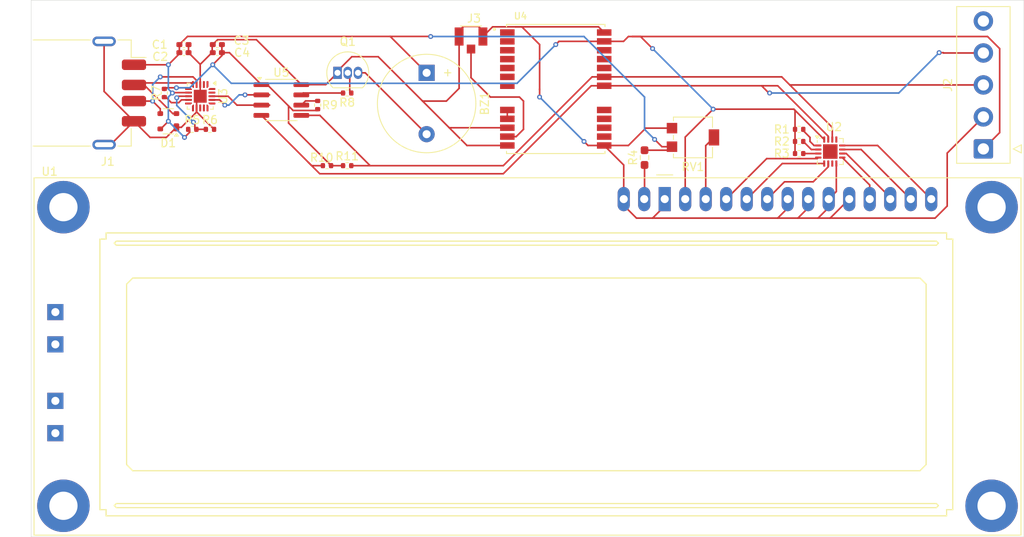
<source format=kicad_pcb>
(kicad_pcb (version 20240108) (generator "pcbnew") (generator_version "8.0")
  (layers (0 "F.Cu" signal) (31 "B.Cu" signal) (34 "B.Paste" user) (35 "F.Paste" user) (36 "B.SilkS" user "B.Silkscreen") (37 "F.SilkS" user "F.Silkscreen") (38 "B.Mask" user) (39 "F.Mask" user) (44 "Edge.Cuts" user))
  (net 0 "")
  (net 1 "Net-(BZ1--)")
  (net 2 "+5V")
  (net 3 "GND")
  (net 4 "+3V3")
  (net 5 "Net-(J1-D+)")
  (net 6 "Net-(J1-D-)")
  (net 7 "Net-(J2-Pin_3)")
  (net 9 "Net-(J2-Pin_4)")
  (net 10 "Net-(J3-SIG)")
  (net 11 "Net-(Q1-B)")
  (net 12 "Net-(U2-A0)")
  (net 13 "Net-(U2-A1)")
  (net 14 "Net-(U2-A2)")
  (net 15 "Net-(U1-A{slash}VEE)")
  (net 16 "Net-(U3-VBUS)")
  (net 17 "Net-(U3-~{RST})")
  (net 18 "Net-(U5-PA3)")
  (net 19 "Net-(U5-~{RESET}{slash}PA0)")
  (net 20 "Net-(U1-VO)")
  (net 21 "Net-(U1-DB7)")
  (net 22 "Net-(U1-E)")
  (net 23 "Net-(U1-DB6)")
  (net 25 "Net-(U1-RS)")
  (net 26 "Net-(U1-DB4)")
  (net 27 "Net-(U1-R{slash}~{W})")
  (net 30 "Net-(U1-DB5)")
  (net 41 "Net-(U3-TXD)")
  (net 42 "Net-(U3-RXD)")
  (net 57 "Net-(U4-RSVD_8)")
  (footprint "Resistor_SMD:R_0402_1005Metric" (layer "F.Cu") (at 118.5 74.99 90)
    (property "Reference" "R9" (at 0 1.5 0) (layer "F.SilkS"))
    (property "Value" "10k" (hide yes))
    (pad "1" smd roundrect (at -0.51 0 90) (size 0.54 0.64) (layers "F.Cu" "F.Paste" "F.Mask") (net 4 "+3V3"))
    (pad "2" smd roundrect (at 0.51 0 90) (size 0.54 0.64) (layers "F.Cu" "F.Paste" "F.Mask") (net 19 "Net-(U5-~{RESET}{slash}PA0)"))
  )
  (footprint "Resistor_SMD:R_0402_1005Metric" (layer "F.Cu") (at 102.965 78)
    (property "Reference" "R5" (at 0 -1.17 0) (layer "F.SilkS"))
    (property "Value" "22.1k" (hide yes))
    (pad "1" smd roundrect (at -0.51 0) (size 0.54 0.64) (layers "F.Cu" "F.Paste" "F.Mask") (net 2 "+5V"))
    (pad "2" smd roundrect (at 0.51 0) (size 0.54 0.64) (layers "F.Cu" "F.Paste" "F.Mask") (net 16 "Net-(U3-VBUS)"))
  )
  (footprint "Capacitor_SMD:C_0402_1005Metric_Pad0.74x0.62mm_HandSolder" (layer "F.Cu") (at 101.9325 67.5)
    (property "Reference" "C1" (at -3 0 0) (layer "F.SilkS"))
    (property "Value" "4.7uF" (hide yes))
    (pad "1" smd roundrect (at -0.5675 0) (size 0.735 0.62) (layers "F.Cu" "F.Paste" "F.Mask") (net 2 "+5V"))
    (pad "2" smd roundrect (at 0.5675 0) (size 0.735 0.62) (layers "F.Cu" "F.Paste" "F.Mask") (net 3 "GND"))
  )
  (footprint "Connector_USB:USB_A_Receptacle_GCT_USB1046" (layer "F.Cu") (at 88.49 73.5 -90)
    (property "Reference" "J1" (at 8.5 -4.01 0) (layer "F.SilkS"))
    (property "Value" "USB_A")
    (pad "1" smd roundrect (at -3.5 -7.25 270) (size 1.3 3) (layers "F.Cu" "F.Paste" "F.Mask") (net 2 "+5V"))
    (pad "2" smd roundrect (at -1 -7.25 270) (size 1.3 3) (layers "F.Cu" "F.Paste" "F.Mask") (net 6 "Net-(J1-D-)"))
    (pad "3" smd roundrect (at 1 -7.25 270) (size 1.3 3) (layers "F.Cu" "F.Paste" "F.Mask") (net 5 "Net-(J1-D+)"))
    (pad "4" smd roundrect (at 3.5 -7.25 270) (size 1.3 3) (layers "F.Cu" "F.Paste" "F.Mask") (net 3 "GND"))
    (pad "5" thru_hole oval (at -6.4 -3.55 270) (size 1.2 2.9) (drill oval 0.6 2.3) (layers "*.Cu" "*.Mask") (net 3 "GND"))
    (pad "5" thru_hole oval (at 6.4 -3.55 270) (size 1.2 2.9) (drill oval 0.6 2.3) (layers "*.Cu" "*.Mask") (net 3 "GND"))
  )
  (footprint "Package_TO_SOT_SMD:SOT-143" (layer "F.Cu") (at 100 77 180)
    (property "Reference" "D1" (at 0.02 -2.7 0) (layer "F.SilkS"))
    (property "Value" "SP0503BAHT" (hide yes))
    (pad "1" smd roundrect (at -1 -0.75 180) (size 0.7 1) (layers "F.Cu" "F.Paste" "F.Mask") (net 3 "GND"))
    (pad "2" smd roundrect (at -1 0.95 180) (size 0.7 0.6) (layers "F.Cu" "F.Paste" "F.Mask") (net 6 "Net-(J1-D-)"))
    (pad "3" smd roundrect (at 1 0.95 180) (size 0.7 0.6) (layers "F.Cu" "F.Paste" "F.Mask") (net 5 "Net-(J1-D+)"))
    (pad "4" smd roundrect (at 1 -0.95 180) (size 0.7 0.6) (layers "F.Cu" "F.Paste" "F.Mask") (net 2 "+5V"))
  )
  (footprint "Connector_TE-Connectivity:TE_826576-5_1x05_P3.96mm_Vertical" (layer "F.Cu") (at 200.9825 80.42 90)
    (property "Reference" "J2" (at 7.92 -4.4 90) (layer "F.SilkS"))
    (property "Value" "Conn_01x05_Socket" (hide yes))
    (pad "1" thru_hole roundrect (at 0 0 90) (size 2.4 2.4) (drill 1.4) (layers "*.Cu" "*.Mask") (roundrect_rratio 0.104167) (net 4 "+3V3"))
    (pad "2" thru_hole circle (at 3.96 0 90) (size 2.4 2.4) (drill 1.4) (layers "*.Cu" "*.Mask") (net 3 "GND"))
    (pad "3" thru_hole circle (at 7.92 0 90) (size 2.4 2.4) (drill 1.4) (layers "*.Cu" "*.Mask") (net 7 "Net-(J2-Pin_3)"))
    (pad "4" thru_hole circle (at 11.88 0 90) (size 2.4 2.4) (drill 1.4) (layers "*.Cu" "*.Mask") (net 9 "Net-(J2-Pin_4)"))
    (pad "5" thru_hole circle (at 15.84 0 90) (size 2.4 2.4) (drill 1.4) (layers "*.Cu" "*.Mask"))
  )
  (footprint "Package_TO_SOT_THT:TO-92_Inline" (layer "F.Cu") (at 120.96 71)
    (property "Reference" "Q1" (at 1.27 -3.86 0) (layer "F.SilkS"))
    (property "Value" "PN2222A" (hide yes))
    (pad "1" thru_hole rect (at 0 0) (size 1.05 1.5) (drill 0.75) (layers "*.Cu" "*.Mask") (net 3 "GND"))
    (pad "2" thru_hole oval (at 1.27 0) (size 1.05 1.5) (drill 0.75) (layers "*.Cu" "*.Mask") (net 11 "Net-(Q1-B)"))
    (pad "3" thru_hole oval (at 2.54 0) (size 1.05 1.5) (drill 0.75) (layers "*.Cu" "*.Mask") (net 1 "Net-(BZ1--)"))
  )
  (footprint "Package_DFN_QFN:VQFN-16-1EP_3x3mm_P0.5mm_EP1.8x1.8mm" (layer "F.Cu") (at 182.0125 80.75)
    (property "Reference" "U2" (at 0.45 -3.05 0) (layer "F.SilkS"))
    (property "Value" "PCF8574")
    (pad "1" smd roundrect (at -1.4875 -0.75) (size 0.775 0.25) (layers "F.Cu" "F.Paste" "F.Mask") (net 12 "Net-(U2-A0)"))
    (pad "2" smd roundrect (at -1.4875 -0.25) (size 0.775 0.25) (layers "F.Cu" "F.Paste" "F.Mask") (net 13 "Net-(U2-A1)"))
    (pad "3" smd roundrect (at -1.4875 0.25) (size 0.775 0.25) (layers "F.Cu" "F.Paste" "F.Mask") (net 14 "Net-(U2-A2)"))
    (pad "4" smd roundrect (at -1.4875 0.75) (size 0.775 0.25) (layers "F.Cu" "F.Paste" "F.Mask") (net 25 "Net-(U1-RS)"))
    (pad "5" smd roundrect (at -0.75 1.4875) (size 0.25 0.775) (layers "F.Cu" "F.Paste" "F.Mask") (net 27 "Net-(U1-R{slash}~{W})"))
    (pad "6" smd roundrect (at -0.25 1.4875) (size 0.25 0.775) (layers "F.Cu" "F.Paste" "F.Mask") (net 22 "Net-(U1-E)"))
    (pad "7" smd roundrect (at 0.25 1.4875) (size 0.25 0.775) (layers "F.Cu" "F.Paste" "F.Mask"))
    (pad "8" smd roundrect (at 0.75 1.4875) (size 0.25 0.775) (layers "F.Cu" "F.Paste" "F.Mask") (net 3 "GND"))
    (pad "9" smd roundrect (at 1.4875 0.75) (size 0.775 0.25) (layers "F.Cu" "F.Paste" "F.Mask") (net 26 "Net-(U1-DB4)"))
    (pad "10" smd roundrect (at 1.4875 0.25) (size 0.775 0.25) (layers "F.Cu" "F.Paste" "F.Mask") (net 30 "Net-(U1-DB5)"))
    (pad "11" smd roundrect (at 1.4875 -0.25) (size 0.775 0.25) (layers "F.Cu" "F.Paste" "F.Mask") (net 23 "Net-(U1-DB6)"))
    (pad "12" smd roundrect (at 1.4875 -0.75) (size 0.775 0.25) (layers "F.Cu" "F.Paste" "F.Mask") (net 21 "Net-(U1-DB7)"))
    (pad "13" smd roundrect (at 0.75 -1.4875) (size 0.25 0.775) (layers "F.Cu" "F.Paste" "F.Mask"))
    (pad "14" smd roundrect (at 0.25 -1.4875) (size 0.25 0.775) (layers "F.Cu" "F.Paste" "F.Mask") (net 7 "Net-(J2-Pin_3)"))
    (pad "15" smd roundrect (at -0.25 -1.4875) (size 0.25 0.775) (layers "F.Cu" "F.Paste" "F.Mask") (net 9 "Net-(J2-Pin_4)"))
    (pad "16" smd roundrect (at -0.75 -1.4875) (size 0.25 0.775) (layers "F.Cu" "F.Paste" "F.Mask") (net 4 "+3V3"))
    (pad "17" smd rect (at 0 0) (size 1.8 1.8) (property pad_prop_heatsink) (layers "F.Cu" "F.Mask"))
  )
  (footprint "Resistor_SMD:R_0603_1608Metric_Pad0.98x0.95mm_HandSolder" (layer "F.Cu") (at 159 81.5 90)
    (property "Reference" "R4" (at 0 -1.43 90) (layer "F.SilkS"))
    (property "Value" "330" (hide yes))
    (pad "1" smd roundrect (at -0.9125 0 90) (size 0.975 0.95) (layers "F.Cu" "F.Paste" "F.Mask") (net 15 "Net-(U1-A{slash}VEE)"))
    (pad "2" smd roundrect (at 0.9125 0 90) (size 0.975 0.95) (layers "F.Cu" "F.Paste" "F.Mask") (net 2 "+5V"))
  )
  (footprint "Package_DFN_QFN:QFN-20-1EP_3x3mm_P0.45mm_EP1.6x1.6mm" (layer "F.Cu") (at 103.95 73.9 -90)
    (property "Reference" "U3" (at 0 -2.83 90) (layer "F.SilkS"))
    (property "Value" "CP2102N")
    (pad "1" smd custom (at -1.45 -0.9 270) (size 0.143934 0.143934) (layers "F.Cu" "F.Paste" "F.Mask") (options (clearance outline) (anchor circle)) (primitives (gr_poly (pts (xy -0.375 -0.075) (xy 0.254289 -0.075) (xy 0.375 0.045711) (xy 0.375 0.075) (xy -0.375 0.075)) (width 0.1) (fill yes))))
    (pad "2" smd roundrect (at -1.45 -0.45 270) (size 0.85 0.25) (layers "F.Cu" "F.Paste" "F.Mask"))
    (pad "3" smd roundrect (at -1.45 0 270) (size 0.85 0.25) (layers "F.Cu" "F.Paste" "F.Mask") (net 3 "GND"))
    (pad "4" smd roundrect (at -1.45 0.45 270) (size 0.85 0.25) (layers "F.Cu" "F.Paste" "F.Mask") (net 5 "Net-(J1-D+)"))
    (pad "5" smd custom (at -1.45 0.9 270) (size 0.143934 0.143934) (layers "F.Cu" "F.Paste" "F.Mask") (net 6 "Net-(J1-D-)") (options (clearance outline) (anchor circle)) (primitives (gr_poly (pts (xy -0.375 -0.075) (xy 0.375 -0.075) (xy 0.375 -0.045711) (xy 0.254289 0.075) (xy -0.375 0.075)) (width 0.1) (fill yes))))
    (pad "6" smd custom (at -0.9 1.45 270) (size 0.143934 0.143934) (layers "F.Cu" "F.Paste" "F.Mask") (net 4 "+3V3") (options (clearance outline) (anchor circle)) (primitives (gr_poly (pts (xy -0.075 -0.254289) (xy 0.045711 -0.375) (xy 0.075 -0.375) (xy 0.075 0.375) (xy -0.075 0.375)) (width 0.1) (fill yes))))
    (pad "7" smd roundrect (at -0.45 1.45 270) (size 0.25 0.85) (layers "F.Cu" "F.Paste" "F.Mask") (net 2 "+5V"))
    (pad "8" smd roundrect (at 0 1.45 270) (size 0.25 0.85) (layers "F.Cu" "F.Paste" "F.Mask") (net 16 "Net-(U3-VBUS)"))
    (pad "9" smd roundrect (at 0.45 1.45 270) (size 0.25 0.85) (layers "F.Cu" "F.Paste" "F.Mask") (net 17 "Net-(U3-~{RST})"))
    (pad "10" smd custom (at 0.9 1.45 270) (size 0.143934 0.143934) (layers "F.Cu" "F.Paste" "F.Mask") (options (clearance outline) (anchor circle)) (primitives (gr_poly (pts (xy -0.075 -0.375) (xy -0.045711 -0.375) (xy 0.075 -0.254289) (xy 0.075 0.375) (xy -0.075 0.375)) (width 0.1) (fill yes))))
    (pad "11" smd custom (at 1.45 0.9 270) (size 0.143934 0.143934) (layers "F.Cu" "F.Paste" "F.Mask") (options (clearance outline) (anchor circle)) (primitives (gr_poly (pts (xy -0.375 -0.075) (xy 0.375 -0.075) (xy 0.375 0.075) (xy -0.254289 0.075) (xy -0.375 -0.045711)) (width 0.1) (fill yes))))
    (pad "12" smd roundrect (at 1.45 0.45 270) (size 0.85 0.25) (layers "F.Cu" "F.Paste" "F.Mask") (net 3 "GND"))
    (pad "13" smd roundrect (at 1.45 0 270) (size 0.85 0.25) (layers "F.Cu" "F.Paste" "F.Mask"))
    (pad "14" smd roundrect (at 1.45 -0.45 270) (size 0.85 0.25) (layers "F.Cu" "F.Paste" "F.Mask"))
    (pad "15" smd custom (at 1.45 -0.9 270) (size 0.143934 0.143934) (layers "F.Cu" "F.Paste" "F.Mask") (options (clearance outline) (anchor circle)) (primitives (gr_poly (pts (xy -0.375 0.045711) (xy -0.254289 -0.075) (xy 0.375 -0.075) (xy 0.375 0.075) (xy -0.375 0.075)) (width 0.1) (fill yes))))
    (pad "16" smd custom (at 0.9 -1.45 270) (size 0.143934 0.143934) (layers "F.Cu" "F.Paste" "F.Mask") (options (clearance outline) (anchor circle)) (primitives (gr_poly (pts (xy -0.075 -0.375) (xy 0.075 -0.375) (xy 0.075 0.254289) (xy -0.045711 0.375) (xy -0.075 0.375)) (width 0.1) (fill yes))))
    (pad "17" smd roundrect (at 0.45 -1.45 270) (size 0.25 0.85) (layers "F.Cu" "F.Paste" "F.Mask") (net 42 "Net-(U3-RXD)"))
    (pad "18" smd roundrect (at 0 -1.45 270) (size 0.25 0.85) (layers "F.Cu" "F.Paste" "F.Mask") (net 41 "Net-(U3-TXD)"))
    (pad "19" smd roundrect (at -0.45 -1.45 270) (size 0.25 0.85) (layers "F.Cu" "F.Paste" "F.Mask"))
    (pad "20" smd custom (at -0.9 -1.45 270) (size 0.143934 0.143934) (layers "F.Cu" "F.Paste" "F.Mask") (options (clearance outline) (anchor circle)) (primitives (gr_poly (pts (xy -0.075 -0.375) (xy 0.075 -0.375) (xy 0.075 0.375) (xy 0.045711 0.375) (xy -0.075 0.254289)) (width 0.1) (fill yes))))
    (pad "21" smd rect (at 0 0 270) (size 1.6 1.6) (property pad_prop_heatsink) (layers "F.Cu" "F.Mask") (net 3 "GND"))
  )
  (footprint "Resistor_SMD:R_0402_1005Metric" (layer "F.Cu") (at 122.155 82.5)
    (property "Reference" "R11" (at 0 -1.17 0) (layer "F.SilkS"))
    (property "Value" "10k" (hide yes))
    (pad "1" smd roundrect (at -0.51 0) (size 0.54 0.64) (layers "F.Cu" "F.Paste" "F.Mask") (net 4 "+3V3"))
    (pad "2" smd roundrect (at 0.51 0) (size 0.54 0.64) (layers "F.Cu" "F.Paste" "F.Mask") (net 7 "Net-(J2-Pin_3)"))
  )
  (footprint "Capacitor_SMD:C_0402_1005Metric_Pad0.74x0.62mm_HandSolder" (layer "F.Cu") (at 106.0675 67.5 180)
    (property "Reference" "C3" (at -3 0.5 0) (layer "F.SilkS"))
    (property "Value" "4.7uF" (hide yes))
    (pad "1" smd roundrect (at -0.5675 0 180) (size 0.735 0.62) (layers "F.Cu" "F.Paste" "F.Mask") (net 4 "+3V3"))
    (pad "2" smd roundrect (at 0.5675 0 180) (size 0.735 0.62) (layers "F.Cu" "F.Paste" "F.Mask") (net 3 "GND"))
  )
  (footprint "components_kicad:XCVR_NEO-6M-GPS" (layer "F.Cu") (at 148 73)
    (property "Reference" "U4" (at -4.37237 -9.03505 0) (layer "F.SilkS") (effects (font (size 0.8 0.8))))
    (property "Value" "NEO-6M-GPS")
    (pad "1" smd rect (at -6 -7 180) (size 1.8 0.8) (layers "F.Cu" "F.Mask"))
    (pad "2" smd rect (at -6 -5.9 180) (size 1.8 0.8) (layers "F.Cu" "F.Mask"))
    (pad "3" smd rect (at -6 -4.8 180) (size 1.8 0.8) (layers "F.Cu" "F.Mask"))
    (pad "4" smd rect (at -6 -3.7 180) (size 1.8 0.8) (layers "F.Cu" "F.Mask"))
    (pad "5" smd rect (at -6 -2.6 180) (size 1.8 0.8) (layers "F.Cu" "F.Mask"))
    (pad "6" smd rect (at -6 -1.5 180) (size 1.8 0.8) (layers "F.Cu" "F.Mask"))
    (pad "7" smd rect (at -6 -0.4 180) (size 1.8 0.8) (layers "F.Cu" "F.Mask"))
    (pad "8" smd rect (at -6 2.6 180) (size 1.8 0.8) (layers "F.Cu" "F.Mask") (net 57 "Net-(U4-RSVD_8)"))
    (pad "9" smd rect (at -6 3.7 180) (size 1.8 0.8) (layers "F.Cu" "F.Mask") (net 57 "Net-(U4-RSVD_8)"))
    (pad "10" smd rect (at -6 4.8 180) (size 1.8 0.8) (layers "F.Cu" "F.Mask") (net 3 "GND"))
    (pad "11" smd rect (at -6 5.9 180) (size 1.8 0.8) (layers "F.Cu" "F.Mask") (net 10 "Net-(J3-SIG)"))
    (pad "12" smd rect (at -6 7 180) (size 1.8 0.8) (layers "F.Cu" "F.Mask") (net 3 "GND"))
    (pad "13" smd rect (at 6 7 180) (size 1.8 0.8) (layers "F.Cu" "F.Mask") (net 3 "GND"))
    (pad "14" smd rect (at 6 5.9 180) (size 1.8 0.8) (layers "F.Cu" "F.Mask"))
    (pad "15" smd rect (at 6 4.8 180) (size 1.8 0.8) (layers "F.Cu" "F.Mask"))
    (pad "16" smd rect (at 6 3.7 180) (size 1.8 0.8) (layers "F.Cu" "F.Mask"))
    (pad "17" smd rect (at 6 2.6 180) (size 1.8 0.8) (layers "F.Cu" "F.Mask"))
    (pad "18" smd rect (at 6 -0.4 180) (size 1.8 0.8) (layers "F.Cu" "F.Mask") (net 9 "Net-(J2-Pin_4)"))
    (pad "19" smd rect (at 6 -1.5 180) (size 1.8 0.8) (layers "F.Cu" "F.Mask") (net 7 "Net-(J2-Pin_3)"))
    (pad "20" smd rect (at 6 -2.6 180) (size 1.8 0.8) (layers "F.Cu" "F.Mask"))
    (pad "21" smd rect (at 6 -3.7 180) (size 1.8 0.8) (layers "F.Cu" "F.Mask"))
    (pad "22" smd rect (at 6 -4.8 180) (size 1.8 0.8) (layers "F.Cu" "F.Mask"))
    (pad "23" smd rect (at 6 -5.9 180) (size 1.8 0.8) (layers "F.Cu" "F.Mask") (net 4 "+3V3"))
    (pad "24" smd rect (at 6 -7 180) (size 1.8 0.8) (layers "F.Cu" "F.Mask") (net 3 "GND"))
  )
  (footprint "Buzzer_Beeper:Buzzer_12x9.5RM7.6" (layer "F.Cu") (at 132 71 -90)
    (property "Reference" "BZ1" (at 3.8 -7.2 90) (layer "F.SilkS"))
    (property "Value" "Buzzer")
    (fp_text user "+" (at -0.01 -2.54 90) (layer "F.SilkS"))
    (pad "1" thru_hole rect (at 0 0 270) (size 2 2) (drill 1) (layers "*.Cu" "*.Mask") (net 2 "+5V"))
    (pad "2" thru_hole circle (at 7.6 0 270) (size 2 2) (drill 1) (layers "*.Cu" "*.Mask") (net 1 "Net-(BZ1--)"))
  )
  (footprint "Capacitor_SMD:C_0402_1005Metric_Pad0.74x0.62mm_HandSolder" (layer "F.Cu") (at 106.0675 68.5 180)
    (property "Reference" "C4" (at -3.0675 0 0) (layer "F.SilkS"))
    (property "Value" "0.1uF" (hide yes))
    (pad "1" smd roundrect (at -0.5675 0 180) (size 0.735 0.62) (layers "F.Cu" "F.Paste" "F.Mask") (net 4 "+3V3"))
    (pad "2" smd roundrect (at 0.5675 0 180) (size 0.735 0.62) (layers "F.Cu" "F.Paste" "F.Mask") (net 3 "GND"))
  )
  (footprint "Resistor_SMD:R_0402_1005Metric" (layer "F.Cu") (at 119.655 82.5 180)
    (property "Reference" "R10" (at 0.655 1 180) (layer "F.SilkS"))
    (property "Value" "10k" (hide yes))
    (pad "1" smd roundrect (at -0.51 0 180) (size 0.54 0.64) (layers "F.Cu" "F.Paste" "F.Mask") (net 4 "+3V3"))
    (pad "2" smd roundrect (at 0.51 0 180) (size 0.54 0.64) (layers "F.Cu" "F.Paste" "F.Mask") (net 9 "Net-(J2-Pin_4)"))
  )
  (footprint "Resistor_SMD:R_0402_1005Metric" (layer "F.Cu") (at 178.155 78 180)
    (property "Reference" "R1" (at 2.155 0 180) (layer "F.SilkS"))
    (property "Value" "10k" (hide yes))
    (pad "1" smd roundrect (at -0.51 0 180) (size 0.54 0.64) (layers "F.Cu" "F.Paste" "F.Mask") (net 12 "Net-(U2-A0)"))
    (pad "2" smd roundrect (at 0.51 0 180) (size 0.54 0.64) (layers "F.Cu" "F.Paste" "F.Mask") (net 4 "+3V3"))
  )
  (footprint "Resistor_SMD:R_0402_1005Metric" (layer "F.Cu") (at 99.5 73.5 -90)
    (property "Reference" "R7" (at 0 1 -90) (layer "F.SilkS"))
    (property "Value" "10k" (hide yes))
    (pad "1" smd roundrect (at -0.51 0 270) (size 0.54 0.64) (layers "F.Cu" "F.Paste" "F.Mask") (net 4 "+3V3"))
    (pad "2" smd roundrect (at 0.51 0 270) (size 0.54 0.64) (layers "F.Cu" "F.Paste" "F.Mask") (net 17 "Net-(U3-~{RST})"))
  )
  (footprint "Display:LCD-016N002L" (layer "F.Cu") (at 161.5 86.6425)
    (property "Reference" "U1" (at -76.21 -3.41 180) (layer "F.SilkS"))
    (property "Value" "LCD-016N002L")
    (pad "" thru_hole circle (at -74.5 1 180) (size 6.5 6.5) (drill 3.5) (layers "*.Cu" "*.Mask"))
    (pad "" thru_hole circle (at -74.5 38 180) (size 6.5 6.5) (drill 3.5) (layers "*.Cu" "*.Mask"))
    (pad "" thru_hole circle (at 40.5 1 180) (size 6.5 6.5) (drill 3.5) (layers "*.Cu" "*.Mask"))
    (pad "" thru_hole circle (at 40.5 38 180) (size 6.5 6.5) (drill 3.5) (layers "*.Cu" "*.Mask"))
    (pad "1" thru_hole rect (at 0 0 180) (size 1.5 3) (drill 1) (layers "*.Cu" "*.Mask") (net 3 "GND"))
    (pad "2" thru_hole oval (at 2.54 0 180) (size 1.5 3) (drill 1) (layers "*.Cu" "*.Mask") (net 4 "+3V3"))
    (pad "3" thru_hole oval (at 5.08 0 180) (size 1.5 3) (drill 1) (layers "*.Cu" "*.Mask") (net 20 "Net-(U1-VO)"))
    (pad "4" thru_hole oval (at 7.62 0 180) (size 1.5 3) (drill 1) (layers "*.Cu" "*.Mask") (net 25 "Net-(U1-RS)"))
    (pad "5" thru_hole oval (at 10.16 0 180) (size 1.5 3) (drill 1) (layers "*.Cu" "*.Mask") (net 27 "Net-(U1-R{slash}~{W})"))
    (pad "6" thru_hole oval (at 12.7 0 180) (size 1.5 3) (drill 1) (layers "*.Cu" "*.Mask") (net 22 "Net-(U1-E)"))
    (pad "7" thru_hole oval (at 15.24 0 180) (size 1.5 3) (drill 1) (layers "*.Cu" "*.Mask") (net 3 "GND"))
    (pad "8" thru_hole oval (at 17.78 0 180) (size 1.5 3) (drill 1) (layers "*.Cu" "*.Mask") (net 3 "GND"))
    (pad "9" thru_hole oval (at 20.32 0 180) (size 1.5 3) (drill 1) (layers "*.Cu" "*.Mask") (net 3 "GND"))
    (pad "10" thru_hole oval (at 22.86 0 180) (size 1.5 3) (drill 1) (layers "*.Cu" "*.Mask") (net 3 "GND"))
    (pad "11" thru_hole oval (at 25.4 0 180) (size 1.5 3) (drill 1) (layers "*.Cu" "*.Mask") (net 26 "Net-(U1-DB4)"))
    (pad "12" thru_hole oval (at 27.94 0 180) (size 1.5 3) (drill 1) (layers "*.Cu" "*.Mask") (net 30 "Net-(U1-DB5)"))
    (pad "13" thru_hole oval (at 30.48 0 180) (size 1.5 3) (drill 1) (layers "*.Cu" "*.Mask") (net 23 "Net-(U1-DB6)"))
    (pad "14" thru_hole oval (at 33.02 0 180) (size 1.5 3) (drill 1) (layers "*.Cu" "*.Mask") (net 21 "Net-(U1-DB7)"))
    (pad "15" thru_hole oval (at -2.54 0 180) (size 1.5 3) (drill 1) (layers "*.Cu" "*.Mask") (net 15 "Net-(U1-A{slash}VEE)"))
    (pad "16" thru_hole oval (at -5.08 0 180) (size 1.5 3) (drill 1) (layers "*.Cu" "*.Mask") (net 3 "GND"))
    (pad "A1" thru_hole rect (at -75.5 14 180) (size 2 2) (drill 1) (layers "*.Cu" "*.Mask"))
    (pad "A2" thru_hole rect (at -75.5 25 180) (size 2 2) (drill 1) (layers "*.Cu" "*.Mask"))
    (pad "K1" thru_hole rect (at -75.5 18 180) (size 2 2) (drill 1) (layers "*.Cu" "*.Mask"))
    (pad "K2" thru_hole rect (at -75.5 29 180) (size 2 2) (drill 1) (layers "*.Cu" "*.Mask"))
  )
  (footprint "Resistor_SMD:R_0402_1005Metric" (layer "F.Cu") (at 178.155 81 180)
    (property "Reference" "R3" (at 2.155 0 180) (layer "F.SilkS"))
    (property "Value" "10k" (hide yes))
    (pad "1" smd roundrect (at -0.51 0 180) (size 0.54 0.64) (layers "F.Cu" "F.Paste" "F.Mask") (net 14 "Net-(U2-A2)"))
    (pad "2" smd roundrect (at 0.51 0 180) (size 0.54 0.64) (layers "F.Cu" "F.Paste" "F.Mask") (net 4 "+3V3"))
  )
  (footprint "Capacitor_SMD:C_0402_1005Metric_Pad0.74x0.62mm_HandSolder" (layer "F.Cu") (at 101.9325 68.5)
    (property "Reference" "C2" (at -2.9325 0.5 0) (layer "F.SilkS"))
    (property "Value" "0.1uF" (hide yes))
    (pad "1" smd roundrect (at -0.5675 0) (size 0.735 0.62) (layers "F.Cu" "F.Paste" "F.Mask") (net 2 "+5V"))
    (pad "2" smd roundrect (at 0.5675 0) (size 0.735 0.62) (layers "F.Cu" "F.Paste" "F.Mask") (net 3 "GND"))
  )
  (footprint "Package_SO:SOIC-8_3.9x4.9mm_P1.27mm" (layer "F.Cu") (at 114 74.365)
    (property "Reference" "U5" (at 0 -3.4 0) (layer "F.SilkS"))
    (property "Value" "ATtiny202")
    (pad "1" smd roundrect (at -2.475 -1.905) (size 1.95 0.6) (layers "F.Cu" "F.Paste" "F.Mask") (net 4 "+3V3"))
    (pad "2" smd roundrect (at -2.475 -0.635) (size 1.95 0.6) (layers "F.Cu" "F.Paste" "F.Mask") (net 42 "Net-(U3-RXD)"))
    (pad "3" smd roundrect (at -2.475 0.635) (size 1.95 0.6) (layers "F.Cu" "F.Paste" "F.Mask") (net 41 "Net-(U3-TXD)"))
    (pad "4" smd roundrect (at -2.475 1.905) (size 1.95 0.6) (layers "F.Cu" "F.Paste" "F.Mask") (net 9 "Net-(J2-Pin_4)"))
    (pad "5" smd roundrect (at 2.475 1.905) (size 1.95 0.6) (layers "F.Cu" "F.Paste" "F.Mask") (net 7 "Net-(J2-Pin_3)"))
    (pad "6" smd roundrect (at 2.475 0.635) (size 1.95 0.6) (layers "F.Cu" "F.Paste" "F.Mask") (net 19 "Net-(U5-~{RESET}{slash}PA0)"))
    (pad "7" smd roundrect (at 2.475 -0.635) (size 1.95 0.6) (layers "F.Cu" "F.Paste" "F.Mask") (net 18 "Net-(U5-PA3)"))
    (pad "8" smd roundrect (at 2.475 -1.905) (size 1.95 0.6) (layers "F.Cu" "F.Paste" "F.Mask") (net 3 "GND"))
  )
  (footprint "Potentiometer_SMD:Potentiometer_Bourns_3214G_Horizontal" (layer "F.Cu") (at 165 79 180)
    (property "Reference" "RV1" (at 0 -3.65 0) (layer "F.SilkS"))
    (property "Value" "10k" (hide yes))
    (pad "1" smd rect (at 2.6 -1.15 180) (size 1.3 1.3) (layers "F.Cu" "F.Paste" "F.Mask") (net 2 "+5V"))
    (pad "2" smd rect (at -2.6 0 180) (size 1.3 2) (layers "F.Cu" "F.Paste" "F.Mask") (net 20 "Net-(U1-VO)"))
    (pad "3" smd rect (at 2.6 1.15 180) (size 1.3 1.3) (layers "F.Cu" "F.Paste" "F.Mask") (net 3 "GND"))
  )
  (footprint "Resistor_SMD:R_0402_1005Metric" (layer "F.Cu") (at 105.155 78)
    (property "Reference" "R6" (at 0 -1.17 0) (layer "F.SilkS"))
    (property "Value" "47.1k" (hide yes))
    (pad "1" smd roundrect (at -0.51 0) (size 0.54 0.64) (layers "F.Cu" "F.Paste" "F.Mask") (net 16 "Net-(U3-VBUS)"))
    (pad "2" smd roundrect (at 0.51 0) (size 0.54 0.64) (layers "F.Cu" "F.Paste" "F.Mask") (net 3 "GND"))
  )
  (footprint "Resistor_SMD:R_0402_1005Metric" (layer "F.Cu") (at 178.155 79.5 180)
    (property "Reference" "R2" (at 2.155 0 180) (layer "F.SilkS"))
    (property "Value" "10k" (hide yes))
    (pad "1" smd roundrect (at -0.51 0 180) (size 0.54 0.64) (layers "F.Cu" "F.Paste" "F.Mask") (net 13 "Net-(U2-A1)"))
    (pad "2" smd roundrect (at 0.51 0 180) (size 0.54 0.64) (layers "F.Cu" "F.Paste" "F.Mask") (net 4 "+3V3"))
  )
  (footprint "components_kicad:HRS_U.FL-R-SMT_01_" (layer "F.Cu") (at 137.5 66.5)
    (property "Reference" "J3" (at 0.371335 -2.239855 0) (layer "F.SilkS") (effects (font (size 1.001126 1.001126))))
    (property "Value" "U.FL-R-SMT_01_" (hide yes))
    (pad "1" smd rect (at -1.475 0) (size 1.1 2.25) (layers "F.Cu" "F.Paste" "F.Mask") (net 3 "GND"))
    (pad "2" smd rect (at 1.475 0) (size 1.1 2.25) (layers "F.Cu" "F.Paste" "F.Mask") (net 3 "GND"))
    (pad "3" smd rect (at 0 1.55) (size 1.05 1.1) (layers "F.Cu" "F.Paste" "F.Mask") (net 10 "Net-(J3-SIG)"))
  )
  (footprint "Resistor_SMD:R_0402_1005Metric" (layer "F.Cu") (at 122.155 73.5 180)
    (property "Reference" "R8" (at 0 -1.17 180) (layer "F.SilkS"))
    (property "Value" "4.3k" (hide yes))
    (pad "1" smd roundrect (at -0.51 0 180) (size 0.54 0.64) (layers "F.Cu" "F.Paste" "F.Mask") (net 11 "Net-(Q1-B)"))
    (pad "2" smd roundrect (at 0.51 0 180) (size 0.54 0.64) (layers "F.Cu" "F.Paste" "F.Mask") (net 18 "Net-(U5-PA3)"))
  )
  (gr_rect (start 83 62) (end 206 128.5) (stroke (width 0.05)) (fill none) (layer "Edge.Cuts"))
  (segment (start 124.4 71) (end 132 78.6) (width 0.2) (layer "F.Cu") (net 1))
  (segment (start 123.5 71) (end 124.4 71) (width 0.2) (layer "F.Cu") (net 1))
  (segment (start 100.5 73.5) (end 100.55 73.45) (width 0.2) (layer "F.Cu") (net 2))
  (segment (start 101.365 68.5) (end 101.365 68.635) (width 0.2) (layer "F.Cu") (net 2))
  (segment (start 161.9625 80.5875) (end 162.4 80.15) (width 0.2) (layer "F.Cu") (net 2))
  (segment (start 102.375 66.49) (end 101.365 67.5) (width 0.2) (layer "F.Cu") (net 2))
  (segment (start 160.25 79.25) (end 161.15 80.15) (width 0.2) (layer "F.Cu") (net 2))
  (segment (start 101.365 68.5) (end 101.365 67.5675) (width 0.2) (layer "F.Cu") (net 2))
  (segment (start 100 70) (end 95.74 70) (width 0.2) (layer "F.Cu") (net 2))
  (segment (start 99 77.95) (end 99.05 77.95) (width 0.2) (layer "F.Cu") (net 2))
  (segment (start 159 80.5875) (end 161.9625 80.5875) (width 0.2) (layer "F.Cu") (net 2))
  (segment (start 99.05 77.95) (end 100 77) (width 0.2) (layer "F.Cu") (net 2))
  (segment (start 161.15 80.15) (end 162.175 80.15) (width 0.2) (layer "F.Cu") (net 2))
  (segment (start 101.365 67.5675) (end 101.4325 67.5) (width 0.2) (layer "F.Cu") (net 2))
  (segment (start 102.645 78.355) (end 102 79) (width 0.2) (layer "F.Cu") (net 2))
  (segment (start 127.49 66.49) (end 102.375 66.49) (width 0.2) (layer "F.Cu") (net 2))
  (segment (start 102.5 73.45) (end 102.5 73.475) (width 0.2) (layer "F.Cu") (net 2))
  (segment (start 100.55 73.45) (end 102.5 73.45) (width 0.2) (layer "F.Cu") (net 2))
  (segment (start 127.49 66.49) (end 132.49 66.49) (width 0.2) (layer "F.Cu") (net 2))
  (segment (start 132 71) (end 127.49 66.49) (width 0.2) (layer "F.Cu") (net 2))
  (segment (start 102.645 78) (end 102.645 78.355) (width 0.2) (layer "F.Cu") (net 2))
  (segment (start 132.49 66.49) (end 132.5 66.5) (width 0.2) (layer "F.Cu") (net 2))
  (segment (start 101.365 68.635) (end 100 70) (width 0.2) (layer "F.Cu") (net 2))
  (via (at 132.5 66.5) (size 0.6) (drill 0.3) (layers "F.Cu" "B.Cu") (net 2))
  (via (at 100 70) (size 0.6) (drill 0.3) (layers "F.Cu" "B.Cu") (net 2))
  (via (at 160.25 79.25) (size 0.6) (drill 0.3) (layers "F.Cu" "B.Cu") (net 2))
  (via (at 100 77) (size 0.6) (drill 0.3) (layers "F.Cu" "B.Cu") (net 2))
  (via (at 102 79) (size 0.6) (drill 0.3) (layers "F.Cu" "B.Cu") (net 2))
  (via (at 100.5 73.5) (size 0.6) (drill 0.3) (layers "F.Cu" "B.Cu") (net 2))
  (segment (start 159 74) (end 151.5 66.5) (width 0.2) (layer "B.Cu") (net 2))
  (segment (start 100 74) (end 100 77) (width 0.2) (layer "B.Cu") (net 2))
  (segment (start 100 77) (end 102 79) (width 0.2) (layer "B.Cu") (net 2))
  (segment (start 151.5 66.5) (end 132.5 66.5) (width 0.2) (layer "B.Cu") (net 2))
  (segment (start 159 78) (end 159 74) (width 0.2) (layer "B.Cu") (net 2))
  (segment (start 100.5 73.5) (end 100 74) (width 0.2) (layer "B.Cu") (net 2))
  (segment (start 100 73) (end 100 70) (width 0.2) (layer "B.Cu") (net 2))
  (segment (start 160.25 79.25) (end 159 78) (width 0.2) (layer "B.Cu") (net 2))
  (segment (start 100.5 73.5) (end 100 73) (width 0.2) (layer "B.Cu") (net 2))
  (segment (start 157 80) (end 154 80) (width 0.2) (layer "F.Cu") (net 3))
  (segment (start 106.11 66.89) (end 110.905 66.89) (width 0.2) (layer "F.Cu") (net 3))
  (segment (start 92.04 73.3) (end 95.74 77) (width 0.2) (layer "F.Cu") (net 3))
  (segment (start 195 89) (end 182 89) (width 0.2) (layer "F.Cu") (net 3))
  (segment (start 156.42 82.42) (end 154 80) (width 0.2) (layer "F.Cu") (net 3))
  (segment (start 180.5 89) (end 182 89) (width 0.2) (layer "F.Cu") (net 3))
  (segment (start 136.025 65.780514) (end 136.555514 65.25) (width 0.2) (layer "F.Cu") (net 3))
  (segment (start 120.96 70.775) (end 120.96 71) (width 0.2) (layer "F.Cu") (net 3))
  (segment (start 152 80) (end 151.5 79.5) (width 0.2) (layer "F.Cu") (net 3))
  (segment (start 182.7625 85.7) (end 181.82 86.6425) (width 0.2) (layer "F.Cu") (net 3))
  (segment (start 154 80) (end 152 80) (width 0.2) (layer "F.Cu") (net 3))
  (segment (start 200.9825 76.46) (end 196.5 80.9425) (width 0.2) (layer "F.Cu") (net 3))
  (segment (start 103.5 74.35) (end 103.5 75.35) (width 0.2) (layer "F.Cu") (net 3))
  (segment (start 116.475 72.46) (end 119.5 72.46) (width 0.2) (layer "F.Cu") (net 3))
  (segment (start 105.4325 67.5) (end 105.4325 68.4325) (width 0.2) (layer "F.Cu") (net 3))
  (segment (start 156.42 87.42) (end 158 89) (width 0.2) (layer "F.Cu") (net 3))
  (segment (start 136.025 72.925) (end 134.45 74.5) (width 0.2) (layer "F.Cu") (net 3))
  (segment (start 176.74 86.6425) (end 176.74 87.76) (width 0.2) (layer "F.Cu") (net 3))
  (segment (start 137 80) (end 134.8 77.8) (width 0.2) (layer "F.Cu") (net 3))
  (segment (start 92.84 79.9) (end 92.04 79.9) (width 0.2) (layer "F.Cu") (net 3))
  (segment (start 146 73.1) (end 146 67.5) (width 0.2) (layer "F.Cu") (net 3))
  (segment (start 138.975 66.5) (end 140.175 65.3) (width 0.2) (layer "F.Cu") (net 3))
  (segment (start 110.905 66.89) (end 116.475 72.46) (width 0.2) (layer "F.Cu") (net 3))
  (segment (start 103.95 69.95) (end 103.95 72.45) (width 0.2) (layer "F.Cu") (net 3))
  (segment (start 146 74) (end 146 73) (width 0.2) (layer "F.Cu") (net 3))
  (segment (start 99.75 79) (end 101 77.75) (width 0.2) (layer "F.Cu") (net 3))
  (segment (start 105.4325 68.4325) (end 105.5 68.5) (width 0.2) (layer "F.Cu") (net 3))
  (segment (start 161.5 87.5) (end 160 89) (width 0.2) (layer "F.Cu") (net 3))
  (segment (start 160 89) (end 175.5 89) (width 0.2) (layer "F.Cu") (net 3))
  (segment (start 181.82 87.68) (end 180.5 89) (width 0.2) (layer "F.Cu") (net 3))
  (segment (start 103.5 75.35) (end 103.5 75.85858) (width 0.2) (layer "F.Cu") (net 3))
  (segment (start 181.82 86.6425) (end 181.82 87.68) (width 0.2) (layer "F.Cu") (net 3))
  (segment (start 136.025 66.5) (end 136.025 72.925) (width 0.2) (layer "F.Cu") (net 3))
  (segment (start 103.95 73.9) (end 103.5 74.35) (width 0.2) (layer "F.Cu") (net 3))
  (segment (start 182.7625 82.2375) (end 182.7625 85.7) (width 0.2) (layer "F.Cu") (net 3))
  (segment (start 156.42 86.6425) (end 156.42 87.42) (width 0.2) (layer "F.Cu") (net 3))
  (segment (start 103.95 73.9) (end 103.95 72.45) (width 0.2) (layer "F.Cu") (net 3))
  (segment (start 138.975 65.783578) (end 138.975 66.5) (width 0.2) (layer "F.Cu") (net 3))
  (segment (start 131.5 74.5) (end 126 69) (width 0.2) (layer "F.Cu") (net 3))
  (segment (start 140.175 65.3) (end 143 65.3) (width 0.2) (layer "F.Cu") (net 3))
  (segment (start 122.735 69) (end 120.96 70.775) (width 0.2) (layer "F.Cu") (net 3))
  (segment (start 143.8 65.3) (end 143 65.3) (width 0.2) (layer "F.Cu") (net 3))
  (segment (start 182.0025 89) (end 184.36 86.6425) (width 0.2) (layer "F.Cu") (net 3))
  (segment (start 176.74 87.76) (end 175.5 89) (width 0.2) (layer "F.Cu") (net 3))
  (segment (start 182 89) (end 182.0025 89) (width 0.2) (layer "F.Cu") (net 3))
  (segment (start 161.5 86.6425) (end 161.5 87.5) (width 0.2) (layer "F.Cu") (net 3))
  (segment (start 179.28 87.72) (end 178 89) (width 0.2) (layer "F.Cu") (net 3))
  (segment (start 92.04 67.1) (end 92.04 73.3) (width 0.2) (layer "F.Cu") (net 3))
  (segment (start 101.60858 77.75) (end 101 77.75) (width 0.2) (layer "F.Cu") (net 3))
  (segment (start 134.8 77.8) (end 131.5 74.5) (width 0.2) (layer "F.Cu") (net 3))
  (segment (start 159.15 77.85) (end 157 80) (width 0.2) (layer "F.Cu") (net 3))
  (segment (start 156.42 86.6425) (end 156.42 82.42) (width 0.2) (layer "F.Cu") (net 3))
  (segment (start 105.5 67.5) (end 106.11 66.89) (width 0.2) (layer "F.Cu") (net 3))
  (segment (start 95.74 77) (end 92.84 79.9) (width 0.2) (layer "F.Cu") (net 3))
  (segment (start 102.5 67.5) (end 102.5 68.5) (width 0.2) (layer "F.Cu") (net 3))
  (segment (start 119.5 72.46) (end 120.96 71) (width 0.2) (layer "F.Cu") (net 3))
  (segment (start 153.3 65.3) (end 154 66) (width 0.2) (layer "F.Cu") (net 3))
  (segment (start 196.5 87.5) (end 195 89) (width 0.2) (layer "F.Cu") (net 3))
  (segment (start 105.665 78) (end 105.660614 78) (width 0.2) (layer "F.Cu") (net 3))
  (segment (start 103.95 69.95) (end 105.4 68.5) (width 0.2) (layer "F.Cu") (net 3))
  (segment (start 103.5 75.839386) (end 103.5 75.35) (width 0.2) (layer "F.Cu") (net 3))
  (segment (start 126 69) (end 122.735 69) (width 0.2) (layer "F.Cu") (net 3))
  (segment (start 142 80) (end 137 80) (width 0.2) (layer "F.Cu") (net 3))
  (segment (start 175.5 89) (end 178 89) (width 0.2) (layer "F.Cu") (net 3))
  (segment (start 136.555514 65.25) (end 138.441422 65.25) (width 0.2) (layer "F.Cu") (net 3))
  (segment (start 97.74 79) (end 99.75 79) (width 0.2) (layer "F.Cu") (net 3))
  (segment (start 134.45 74.5) (end 131.5 74.5) (width 0.2) (layer "F.Cu") (net 3))
  (segment (start 143 65.3) (end 153.3 65.3) (width 0.2) (layer "F.Cu") (net 3))
  (segment (start 146 67.5) (end 143.8 65.3) (width 0.2) (layer "F.Cu") (net 3))
  (segment (start 136.025 66.5) (end 136.025 65.780514) (width 0.2) (layer "F.Cu") (net 3))
  (segment (start 178 89) (end 180.5 89) (width 0.2) (layer "F.Cu") (net 3))
  (segment (start 179.28 86.6425) (end 179.28 87.72) (width 0.2) (layer "F.Cu") (net 3))
  (segment (start 95.74 77) (end 97.74 79) (width 0.2) (layer "F.Cu") (net 3))
  (segment (start 158 89) (end 160 89) (width 0.2) (layer "F.Cu") (net 3))
  (segment (start 162.4 77.85) (end 159.15 77.85) (width 0.2) (layer "F.Cu") (net 3))
  (segment (start 138.441422 65.25) (end 138.975 65.783578) (width 0.2) (layer "F.Cu") (net 3))
  (segment (start 103.5 75.85858) (end 101.60858 77.75) (width 0.2) (layer "F.Cu") (net 3))
  (segment (start 102.5 68.5) (end 103.95 69.95) (width 0.2) (layer "F.Cu") (net 3))
  (segment (start 196.5 80.9425) (end 196.5 87.5) (width 0.2) (layer "F.Cu") (net 3))
  (segment (start 142 77.8) (end 134.8 77.8) (width 0.2) (layer "F.Cu") (net 3))
  (segment (start 105.660614 78) (end 103.5 75.839386) (width 0.2) (layer "F.Cu") (net 3))
  (via (at 151.5 79.5) (size 0.6) (drill 0.3) (layers "F.Cu" "B.Cu") (net 3))
  (via (at 146 74) (size 0.6) (drill 0.3) (layers "F.Cu" "B.Cu") (net 3))
  (segment (start 151.5 79.5) (end 146 74) (width 0.2) (layer "B.Cu") (net 3))
  (segment (start 200.9825 80.42) (end 203 78.4025) (width 0.2) (layer "F.Cu") (net 4))
  (segment (start 154 67.1) (end 148.4 67.1) (width 0.2) (layer "F.Cu") (net 4))
  (segment (start 156.4 67.1) (end 157 66.5) (width 0.2) (layer "F.Cu") (net 4))
  (segment (start 148.4 67.1) (end 148 67.5) (width 0.2) (layer "F.Cu") (net 4))
  (segment (start 177.645 79.5) (end 177.645 78) (width 0.2) (layer "F.Cu") (net 4))
  (segment (start 177.645 81) (end 177.645 79.5) (width 0.2) (layer "F.Cu") (net 4))
  (segment (start 203 68) (end 201.5 66.5) (width 0.2) (layer "F.Cu") (net 4))
  (segment (start 119.975 82.5) (end 119.975 82.300001) (width 0.2) (layer "F.Cu") (net 4))
  (segment (start 99.83 72.85) (end 101 72.85) (width 0.2) (layer "F.Cu") (net 4))
  (segment (start 203 78.4025) (end 203 68) (width 0.2) (layer "F.Cu") (net 4))
  (segment (start 111.525 72.46) (end 107.565 68.5) (width 0.2) (layer "F.Cu") (net 4))
  (segment (start 111.525 72.46) (end 112.249448 72.46) (width 0.2) (layer "F.Cu") (net 4))
  (segment (start 119.975 82.300001) (end 114.894724 77.219725) (width 0.2) (layer "F.Cu") (net 4))
  (segment (start 177.645 78) (end 177.645 75.645) (width 0.2) (layer "F.Cu") (net 4))
  (segment (start 177.5 75.5) (end 167.5 75.5) (width 0.2) (layer "F.Cu") (net 4))
  (segment (start 105.5 70) (end 106.635 68.865) (width 0.2) (layer "F.Cu") (net 4))
  (segment (start 115.454448 75.665) (end 118.5 75.665) (width 0.2) (layer "F.Cu") (net 4))
  (segment (start 106.635 67.5) (end 106.635 68.5) (width 0.2) (layer "F.Cu") (net 4))
  (segment (start 167.5 75.5) (end 164.04 78.96) (width 0.2) (layer "F.Cu") (net 4))
  (segment (start 160 68) (end 158.5 66.5) (width 0.2) (layer "F.Cu") (net 4))
  (segment (start 157 66.5) (end 157.5 66.5) (width 0.2) (layer "F.Cu") (net 4))
  (segment (start 201.5 66.5) (end 157.5 66.5) (width 0.2) (layer "F.Cu") (net 4))
  (segment (start 112.249448 72.46) (end 114.894724 75.105276) (width 0.2) (layer "F.Cu") (net 4))
  (segment (start 121.835 82.5) (end 119.975 82.5) (width 0.2) (layer "F.Cu") (net 4))
  (segment (start 102.35 72.85) (end 102.5 73) (width 0.2) (layer "F.Cu") (net 4))
  (segment (start 99.5 73.18) (end 99.83 72.85) (width 0.2) (layer "F.Cu") (net 4))
  (segment (start 181.2625 79.2625) (end 177.5 75.5) (width 0.2) (layer "F.Cu") (net 4))
  (segment (start 101 72.85) (end 102.35 72.85) (width 0.2) (layer "F.Cu") (net 4))
  (segment (start 106.635 68.865) (end 106.635 68.5) (width 0.2) (layer "F.Cu") (net 4))
  (segment (start 158.5 66.5) (end 157.5 66.5) (width 0.2) (layer "F.Cu") (net 4))
  (segment (start 177.645 75.645) (end 177.5 75.5) (width 0.2) (layer "F.Cu") (net 4))
  (segment (start 154 67.1) (end 156.4 67.1) (width 0.2) (layer "F.Cu") (net 4))
  (segment (start 114.894724 77.219725) (end 114.894724 75.105276) (width 0.2) (layer "F.Cu") (net 4))
  (segment (start 114.894724 75.105276) (end 115.454448 75.665) (width 0.2) (layer "F.Cu") (net 4))
  (segment (start 107.565 68.5) (end 106.635 68.5) (width 0.2) (layer "F.Cu") (net 4))
  (segment (start 164.04 78.96) (end 164.04 86.6425) (width 0.2) (layer "F.Cu") (net 4))
  (via (at 160 68) (size 0.6) (drill 0.3) (layers "F.Cu" "B.Cu") (net 4))
  (via (at 167.5 75.5) (size 0.6) (drill 0.3) (layers "F.Cu" "B.Cu") (net 4))
  (via (at 101 72.85) (size 0.6) (drill 0.3) (layers "F.Cu" "B.Cu") (net 4))
  (via (at 148 67.5) (size 0.6) (drill 0.3) (layers "F.Cu" "B.Cu") (net 4))
  (via (at 105.5 70) (size 0.6) (drill 0.3) (layers "F.Cu" "B.Cu") (net 4))
  (segment (start 167.5 75.5) (end 160 68) (width 0.2) (layer "B.Cu") (net 4))
  (segment (start 143.2 72.3) (end 148 67.5) (width 0.2) (layer "B.Cu") (net 4))
  (segment (start 102.65 72.85) (end 101 72.85) (width 0.2) (layer "B.Cu") (net 4))
  (segment (start 105.5 70) (end 107.8 72.3) (width 0.2) (layer "B.Cu") (net 4))
  (segment (start 107.8 72.3) (end 143.2 72.3) (width 0.2) (layer "B.Cu") (net 4))
  (segment (start 105.5 70) (end 102.65 72.85) (width 0.2) (layer "B.Cu") (net 4))
  (segment (start 103.05858 71.5) (end 103.5 71.94142) (width 0.2) (layer "F.Cu") (net 5))
  (segment (start 98.05 74.5) (end 95.74 74.5) (width 0.2) (layer "F.Cu") (net 5))
  (segment (start 98.05 74.5) (end 99 75.45) (width 0.2) (layer "F.Cu") (net 5))
  (segment (start 99 71.5) (end 103.05858 71.5) (width 0.2) (layer "F.Cu") (net 5))
  (segment (start 99 75.45) (end 99 76.05) (width 0.2) (layer "F.Cu") (net 5))
  (segment (start 103.5 71.94142) (end 103.5 72.45) (width 0.2) (layer "F.Cu") (net 5))
  (via (at 98.05 74.5) (size 0.6) (drill 0.3) (layers "F.Cu" "B.Cu") (net 5))
  (via (at 99 71.5) (size 0.6) (drill 0.3) (layers "F.Cu" "B.Cu") (net 5))
  (segment (start 99 71.5) (end 98.05 72.45) (width 0.2) (layer "B.Cu") (net 5))
  (segment (start 98.05 72.45) (end 98.05 74.5) (width 0.2) (layer "B.Cu") (net 5))
  (segment (start 102.85 72.25) (end 103.05 72.45) (width 0.2) (layer "F.Cu") (net 6))
  (segment (start 95.99 72.25) (end 102.85 72.25) (width 0.2) (layer "F.Cu") (net 6))
  (segment (start 100.55 76.05) (end 96.95 72.45) (width 0.2) (layer "F.Cu") (net 6))
  (segment (start 101 76.05) (end 100.55 76.05) (width 0.2) (layer "F.Cu") (net 6))
  (segment (start 95.74 72.5) (end 95.99 72.25) (width 0.2) (layer "F.Cu") (net 6))
  (segment (start 154 71.5) (end 152.5 71.5) (width 0.2) (layer "F.Cu") (net 7))
  (segment (start 116.475 76.27) (end 118.77 76.27) (width 0.2) (layer "F.Cu") (net 7))
  (segment (start 182.2625 77.7625) (end 177 72.5) (width 0.2) (layer "F.Cu") (net 7))
  (segment (start 200.9825 72.5) (end 177 72.5) (width 0.2) (layer "F.Cu") (net 7))
  (segment (start 118.77 76.27) (end 125 82.5) (width 0.2) (layer "F.Cu") (net 7))
  (segment (start 125 82.5) (end 122.475 82.5) (width 0.2) (layer "F.Cu") (net 7))
  (segment (start 182.2625 79.2625) (end 182.2625 77.7625) (width 0.2) (layer "F.Cu") (net 7))
  (segment (start 176 71.5) (end 154 71.5) (width 0.2) (layer "F.Cu") (net 7))
  (segment (start 177 72.5) (end 176 71.5) (width 0.2) (layer "F.Cu") (net 7))
  (segment (start 141.5 82.5) (end 125 82.5) (width 0.2) (layer "F.Cu") (net 7))
  (segment (start 152.5 71.5) (end 141.5 82.5) (width 0.2) (layer "F.Cu") (net 7))
  (segment (start 141.5 83.5) (end 152.4 72.6) (width 0.2) (layer "F.Cu") (net 9))
  (segment (start 173.5 72.6) (end 154 72.6) (width 0.2) (layer "F.Cu") (net 9))
  (segment (start 117.3775 82.1225) (end 118.755 83.5) (width 0.2) (layer "F.Cu") (net 9))
  (segment (start 175.501886 72.6) (end 173.5 72.6) (width 0.2) (layer "F.Cu") (net 9))
  (segment (start 152.4 72.6) (end 154 72.6) (width 0.2) (layer "F.Cu") (net 9))
  (segment (start 117.755 82.5) (end 117.3775 82.1225) (width 0.2) (layer "F.Cu") (net 9))
  (segment (start 196 68.5) (end 196.04 68.54) (width 0.2) (layer "F.Cu") (net 9))
  (segment (start 173.5 72.6) (end 174.4 73.5) (width 0.2) (layer "F.Cu") (net 9))
  (segment (start 119.335 82.5) (end 117.755 82.5) (width 0.2) (layer "F.Cu") (net 9))
  (segment (start 181.7625 79.2625) (end 181.7625 78.860614) (width 0.2) (layer "F.Cu") (net 9))
  (segment (start 196.04 68.54) (end 200.9825 68.54) (width 0.2) (layer "F.Cu") (net 9))
  (segment (start 111.525 76.27) (end 117.3775 82.1225) (width 0.2) (layer "F.Cu") (net 9))
  (segment (start 195.5 68.5) (end 196 68.5) (width 0.2) (layer "F.Cu") (net 9))
  (segment (start 154 72.6) (end 154.3 72.9) (width 0.2) (layer "F.Cu") (net 9))
  (segment (start 181.7625 78.860614) (end 175.501886 72.6) (width 0.2) (layer "F.Cu") (net 9))
  (segment (start 174.4 73.5) (end 174.5 73.5) (width 0.2) (layer "F.Cu") (net 9))
  (segment (start 118.755 83.5) (end 141.5 83.5) (width 0.2) (layer "F.Cu") (net 9))
  (via (at 174.5 73.5) (size 0.6) (drill 0.3) (layers "F.Cu" "B.Cu") (net 9))
  (via (at 195.5 68.5) (size 0.6) (drill 0.3) (layers "F.Cu" "B.Cu") (net 9))
  (segment (start 174.5 73.5) (end 190.5 73.5) (width 0.2) (layer "B.Cu") (net 9))
  (segment (start 190.5 73.5) (end 195.5 68.5) (width 0.2) (layer "B.Cu") (net 9))
  (segment (start 143.1 78.9) (end 142 78.9) (width 0.2) (layer "F.Cu") (net 10))
  (segment (start 139.9 74) (end 143.5 74) (width 0.2) (layer "F.Cu") (net 10))
  (segment (start 144 78) (end 143.1 78.9) (width 0.2) (layer "F.Cu") (net 10))
  (segment (start 137.5 71.6) (end 139.9 74) (width 0.2) (layer "F.Cu") (net 10))
  (segment (start 143.5 74) (end 144 74.5) (width 0.2) (layer "F.Cu") (net 10))
  (segment (start 144 74.5) (end 144 78) (width 0.2) (layer "F.Cu") (net 10))
  (segment (start 137.5 68.05) (end 137.5 71.6) (width 0.2) (layer "F.Cu") (net 10))
  (segment (start 122.475 71.245) (end 122.23 71) (width 0.2) (layer "F.Cu") (net 11))
  (segment (start 122.475 73.5) (end 122.475 71.245) (width 0.2) (layer "F.Cu") (net 11))
  (segment (start 180.525 80) (end 180 80) (width 0.2) (layer "F.Cu") (net 12))
  (segment (start 179.5 79) (end 178.665 78.165) (width 0.2) (layer "F.Cu") (net 12))
  (segment (start 180 80) (end 179.5 79.5) (width 0.2) (layer "F.Cu") (net 12))
  (segment (start 178.665 78.165) (end 178.665 78) (width 0.2) (layer "F.Cu") (net 12))
  (segment (start 179.5 79.5) (end 179.5 79) (width 0.2) (layer "F.Cu") (net 12))
  (segment (start 179.665 80.5) (end 178.665 79.5) (width 0.2) (layer "F.Cu") (net 13))
  (segment (start 180.525 80.5) (end 179.665 80.5) (width 0.2) (layer "F.Cu") (net 13))
  (segment (start 180.525 81) (end 178.665 81) (width 0.2) (layer "F.Cu") (net 14))
  (segment (start 159 82.4125) (end 159 86.6025) (width 0.2) (layer "F.Cu") (net 15))
  (segment (start 159 86.6025) (end 158.96 86.6425) (width 0.2) (layer "F.Cu") (net 15))
  (segment (start 103.103555 77.103555) (end 103.285 77.285) (width 0.2) (layer "F.Cu") (net 16))
  (segment (start 103.285 77.285) (end 103.285 78) (width 0.2) (layer "F.Cu") (net 16))
  (segment (start 103.285 78) (end 104.835 78) (width 0.2) (layer "F.Cu") (net 16))
  (segment (start 101.230094 73.9) (end 101.03814 74.091954) (width 0.2) (layer "F.Cu") (net 16))
  (segment (start 102.5 73.9) (end 101.230094 73.9) (width 0.2) (layer "F.Cu") (net 16))
  (via (at 101.03814 74.091954) (size 0.6) (drill 0.3) (layers "F.Cu" "B.Cu") (net 16))
  (via (at 103.103555 77.103555) (size 0.6) (drill 0.3) (layers "F.Cu" "B.Cu") (net 16))
  (segment (start 101.03814 74.091954) (end 101.03814 75.03814) (width 0.2) (layer "B.Cu") (net 16))
  (segment (start 101.03814 75.03814) (end 103.103555 77.103555) (width 0.2) (layer "B.Cu") (net 16))
  (segment (start 100.371954 74.691954) (end 101.286669 74.691954) (width 0.2) (layer "F.Cu") (net 17))
  (segment (start 99.5 73.82) (end 100.371954 74.691954) (width 0.2) (layer "F.Cu") (net 17))
  (segment (start 101.286669 74.691954) (end 101.628623 74.35) (width 0.2) (layer "F.Cu") (net 17))
  (segment (start 101.628623 74.35) (end 102.5 74.35) (width 0.2) (layer "F.Cu") (net 17))
  (segment (start 116.705 73.5) (end 116.475 73.73) (width 0.2) (layer "F.Cu") (net 18))
  (segment (start 121.835 73.5) (end 116.705 73.5) (width 0.2) (layer "F.Cu") (net 18))
  (segment (start 116.995 74.48) (end 116.475 75) (width 0.2) (layer "F.Cu") (net 19))
  (segment (start 118.5 74.48) (end 116.995 74.48) (width 0.2) (layer "F.Cu") (net 19))
  (segment (start 116.5 75.025) (end 116.475 75) (width 0.2) (layer "F.Cu") (net 19))
  (segment (start 166.58 80.02) (end 167.6 79) (width 0.2) (layer "F.Cu") (net 20))
  (segment (start 166.58 86.6425) (end 166.58 80.02) (width 0.2) (layer "F.Cu") (net 20))
  (segment (start 187.8775 80) (end 194.52 86.6425) (width 0.2) (layer "F.Cu") (net 21))
  (segment (start 183.5 80) (end 187.8775 80) (width 0.2) (layer "F.Cu") (net 21))
  (segment (start 179.901886 84.5) (end 176.3425 84.5) (width 0.2) (layer "F.Cu") (net 22))
  (segment (start 181.7625 82.639386) (end 179.901886 84.5) (width 0.2) (layer "F.Cu") (net 22))
  (segment (start 181.7625 82.2375) (end 181.7625 82.639386) (width 0.2) (layer "F.Cu") (net 22))
  (segment (start 176.3425 84.5) (end 174.2 86.6425) (width 0.2) (layer "F.Cu") (net 22))
  (segment (start 185.8375 80.5) (end 191.98 86.6425) (width 0.2) (layer "F.Cu") (net 23))
  (segment (start 183.5 80.5) (end 185.8375 80.5) (width 0.2) (layer "F.Cu") (net 23))
  (segment (start 174.1375 81.625) (end 180.4 81.625) (width 0.2) (layer "F.Cu") (net 25))
  (segment (start 180.4 81.625) (end 180.525 81.5) (width 0.2) (layer "F.Cu") (net 25))
  (segment (start 169.12 86.6425) (end 174.1375 81.625) (width 0.2) (layer "F.Cu") (net 25))
  (segment (start 186.9 84.9) (end 186.9 86.6425) (width 0.2) (layer "F.Cu") (net 26))
  (segment (start 183.5 81.5) (end 186.9 84.9) (width 0.2) (layer "F.Cu") (net 26))
  (segment (start 181.2625 82.2375) (end 176.065 82.2375) (width 0.2) (layer "F.Cu") (net 27))
  (segment (start 176.065 82.2375) (end 171.66 86.6425) (width 0.2) (layer "F.Cu") (net 27))
  (segment (start 183.9975 81) (end 189.44 86.4425) (width 0.2) (layer "F.Cu") (net 30))
  (segment (start 183.5 81) (end 183.9975 81) (width 0.2) (layer "F.Cu") (net 30))
  (segment (start 189.44 86.4425) (end 189.44 86.6425) (width 0.2) (layer "F.Cu") (net 30))
  (segment (start 108.5 75) (end 112.55 75) (width 0.2) (layer "F.Cu") (net 41))
  (segment (start 107.4 73.9) (end 108.5 75) (width 0.2) (layer "F.Cu") (net 41))
  (segment (start 105.4 73.9) (end 107.4 73.9) (width 0.2) (layer "F.Cu") (net 41))
  (segment (start 109.5 73.73) (end 112.55 73.73) (width 0.2) (layer "F.Cu") (net 42))
  (segment (start 106.35 74.35) (end 105.4 74.35) (width 0.2) (layer "F.Cu") (net 42))
  (segment (start 107 75) (end 106.35 74.35) (width 0.2) (layer "F.Cu") (net 42))
  (via (at 107 75) (size 0.6) (drill 0.3) (layers "F.Cu" "B.Cu") (net 42))
  (via (at 109.5 73.73) (size 0.6) (drill 0.3) (layers "F.Cu" "B.Cu") (net 42))
  (segment (start 107.5 75) (end 107 75) (width 0.2) (layer "B.Cu") (net 42))
  (segment (start 109.5 73.73) (end 108.77 73.73) (width 0.2) (layer "B.Cu") (net 42))
  (segment (start 108.77 73.73) (end 107.5 75) (width 0.2) (layer "B.Cu") (net 42))
  (segment (start 142 76.7) (end 142 75.6) (width 0.2) (layer "F.Cu") (net 57))
)
</source>
